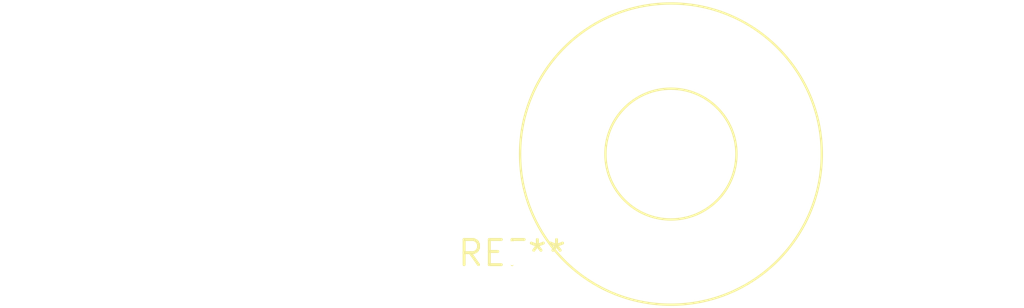
<source format=kicad_pcb>
(kicad_pcb (version 20240108) (generator pcbnew)
  (layers (0 "F.Cu" signal) (31 "B.Cu" signal) (34 "B.Paste" user) (35 "F.Paste" user) (36 "B.SilkS" user "B.Silkscreen") (37 "F.SilkS" user "F.Silkscreen") (38 "B.Mask" user) (39 "F.Mask" user) (44 "Edge.Cuts" user))
  (net 0 "")
  (footprint "Transformer_Toroid_Horizontal_D14.0mm_Amidon-T50" (layer "F.Cu") (at 0 0)
    (property "Reference" "REF**")
    (property "Value" "Transformer_Toroid_Horizontal_D14.0mm_Amidon-T50")
    (fp_circle (center 8 -5) (end 8 -12.6) (layer "F.SilkS") (stroke (width 0.12)) (fill none))
    (fp_circle (center 8 -5) (end 8 -8.3) (layer "F.SilkS") (stroke (width 0.12)) (fill none))
    (pad "1" thru_hole circle (at 0 0) (size 3 3) (drill 1.2) (layers *.Cu *.Mask) (remove_unused_layers))
    (pad "2" thru_hole circle (at 16 0) (size 3 3) (drill 1.2) (layers *.Cu *.Mask) (remove_unused_layers))
    (pad "3" thru_hole circle (at 0 -10) (size 3 3) (drill 1.2) (layers *.Cu *.Mask) (remove_unused_layers))
    (pad "4" thru_hole circle (at 16 -10) (size 3 3) (drill 1.2) (layers *.Cu *.Mask) (remove_unused_layers))
  )
)
</source>
